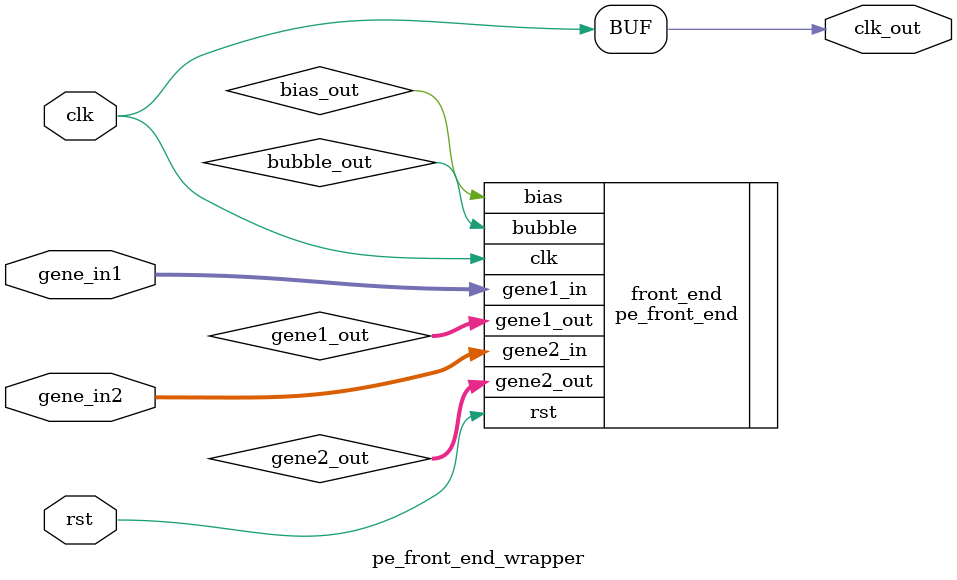
<source format=v>

module pe_front_end_wrapper
#(
parameter GENE_SZ = 64,
parameter ATTR_SZ = 8
)(
input clk,
input rst,


input [GENE_SZ -1: 0] gene_in1,
input [GENE_SZ -1: 0] gene_in2,

output reg clk_out

);

wire bubble_out;
wire bias_out;
wire [GENE_SZ - 1: 0] gene1_out;
wire [GENE_SZ - 1: 0] gene2_out;

pe_front_end #(
    .GENE_SZ(64),
    .ATTR_SZ(8)
) front_end(
    .clk(clk),
    .rst(rst),
    .gene1_in(gene_in1),
    .gene2_in(gene_in2),
    .bubble(bubble_out),
    .bias(bias_out),
    .gene1_out(gene1_out),
    .gene2_out(gene2_out)
);

//dc complains no output
always @*
    clk_out = clk;
endmodule


</source>
